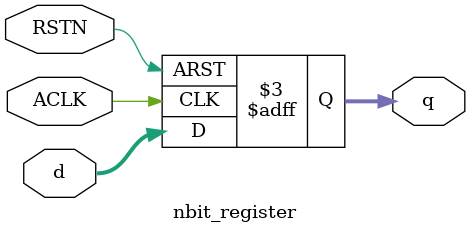
<source format=v>
/**
* @file     nbit_register.v
* @brief    Nbit registe. Using parameter call.
* @author   ryu.bee.mono96ck@gmail.com
* @data     03.25.2017
*
* Copyright (c) 2017 by NAIST This model is the confidential and
* proprietary property of NAIST and the possession or use of this
* file requires a written license from NAIST.
**/

`timescale 1ns/1ps

/**
 * @fn
 * nbit register
 * @brief               nbit register with enable
 * @param REG_WIDTH     generic                 register width
 * @param CLK           in  [0:0]               clock signal
 * @param RST           in  [0:0]               asynchronous reset signal
 * @param en            in  [0:0]               register write enable
 * @param d             int [REG_WIDTH-1:0]     in port clock signal
 * @param q             out [0:0]               clock signal
 */
module nbit_register
#(
    parameter                               REG_WIDTH = 32
)(
    input   wire                            ACLK,
    input   wire                            RSTN,
  //input   wire                            en,
    input   wire    [REG_WIDTH-1:0]         d,
    output  reg     [REG_WIDTH-1:0]         q
);
// synopsys template

always @(posedge ACLK or negedge RSTN) begin
    if(~RSTN)   q <= {(REG_WIDTH){1'b0}};
  //else if(en) q <= d;
  //else        q <= q;
    else        q <= d;
end
endmodule

</source>
